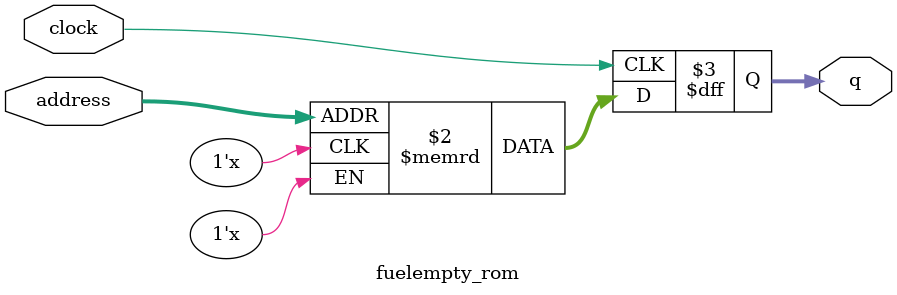
<source format=sv>
module fuelempty_rom (
	input logic clock,
	input logic [9:0] address,
	output logic [2:0] q
);

logic [2:0] memory [0:967] /* synthesis ram_init_file = "./fuelempty/fuelempty.mif" */;

always_ff @ (posedge clock) begin
	q <= memory[address];
end

endmodule

</source>
